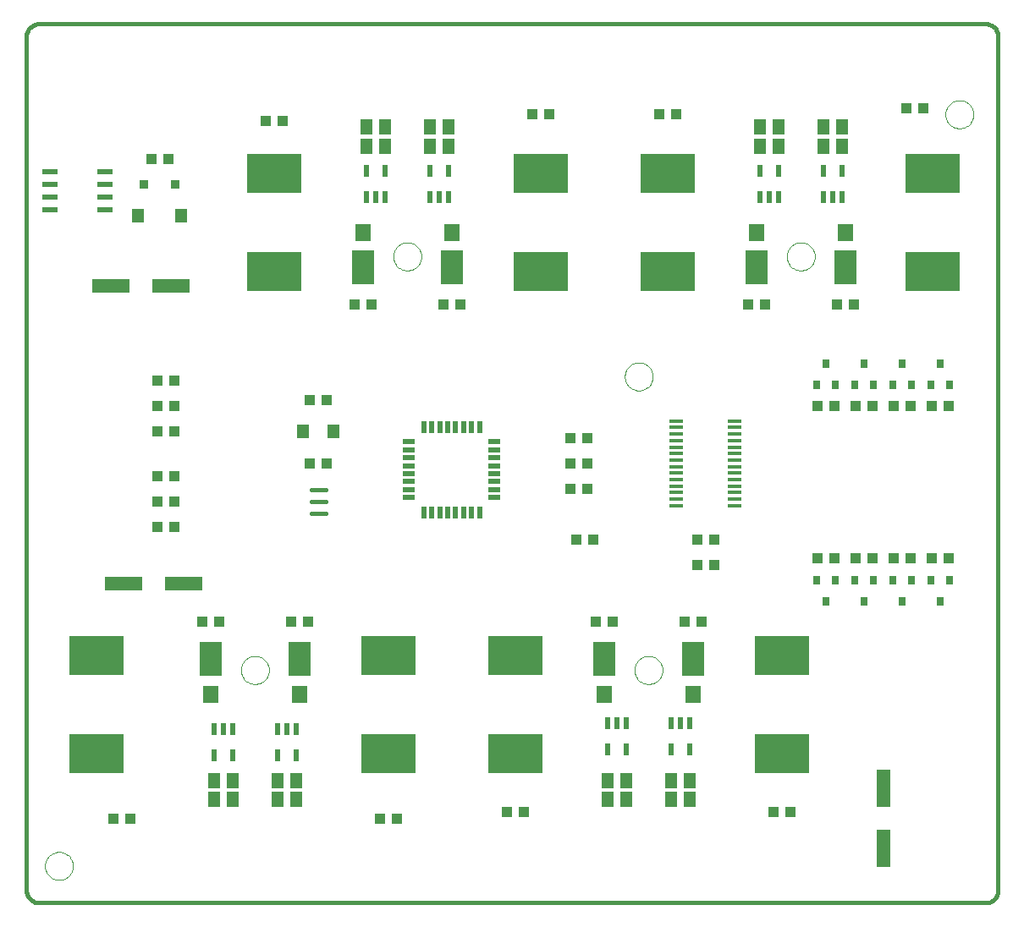
<source format=gtp>
G75*
%MOIN*%
%OFA0B0*%
%FSLAX24Y24*%
%IPPOS*%
%LPD*%
%AMOC8*
5,1,8,0,0,1.08239X$1,22.5*
%
%ADD10C,0.0160*%
%ADD11C,0.0000*%
%ADD12C,0.0177*%
%ADD13R,0.0500X0.0220*%
%ADD14R,0.0220X0.0500*%
%ADD15R,0.0433X0.0394*%
%ADD16R,0.0217X0.0472*%
%ADD17R,0.0512X0.0591*%
%ADD18R,0.2126X0.1575*%
%ADD19R,0.0906X0.1378*%
%ADD20R,0.0610X0.0669*%
%ADD21R,0.0580X0.0140*%
%ADD22R,0.0315X0.0354*%
%ADD23R,0.1496X0.0551*%
%ADD24R,0.0551X0.1496*%
%ADD25R,0.0472X0.0551*%
%ADD26R,0.0354X0.0374*%
%ADD27R,0.0600X0.0240*%
%ADD28R,0.0500X0.0579*%
D10*
X008367Y005257D02*
X008367Y038903D01*
X008369Y038947D01*
X008375Y038990D01*
X008384Y039032D01*
X008397Y039074D01*
X008414Y039114D01*
X008434Y039153D01*
X008457Y039190D01*
X008484Y039224D01*
X008513Y039257D01*
X008546Y039286D01*
X008580Y039313D01*
X008617Y039336D01*
X008656Y039356D01*
X008696Y039373D01*
X008738Y039386D01*
X008780Y039395D01*
X008823Y039401D01*
X008867Y039403D01*
X046135Y039403D01*
X046179Y039401D01*
X046222Y039395D01*
X046264Y039386D01*
X046306Y039373D01*
X046346Y039356D01*
X046385Y039336D01*
X046422Y039313D01*
X046456Y039286D01*
X046489Y039257D01*
X046518Y039224D01*
X046545Y039190D01*
X046568Y039153D01*
X046588Y039114D01*
X046605Y039074D01*
X046618Y039032D01*
X046627Y038990D01*
X046633Y038947D01*
X046635Y038903D01*
X046635Y005257D01*
X046633Y005213D01*
X046627Y005170D01*
X046618Y005128D01*
X046605Y005086D01*
X046588Y005046D01*
X046568Y005007D01*
X046545Y004970D01*
X046518Y004936D01*
X046489Y004903D01*
X046456Y004874D01*
X046422Y004847D01*
X046385Y004824D01*
X046346Y004804D01*
X046306Y004787D01*
X046264Y004774D01*
X046222Y004765D01*
X046179Y004759D01*
X046135Y004757D01*
X008867Y004757D01*
X008823Y004759D01*
X008780Y004765D01*
X008738Y004774D01*
X008696Y004787D01*
X008656Y004804D01*
X008617Y004824D01*
X008580Y004847D01*
X008546Y004874D01*
X008513Y004903D01*
X008484Y004936D01*
X008457Y004970D01*
X008434Y005007D01*
X008414Y005046D01*
X008397Y005086D01*
X008384Y005128D01*
X008375Y005170D01*
X008369Y005213D01*
X008367Y005257D01*
D11*
X009101Y006212D02*
X009103Y006259D01*
X009109Y006305D01*
X009119Y006351D01*
X009132Y006396D01*
X009150Y006439D01*
X009171Y006481D01*
X009195Y006521D01*
X009223Y006558D01*
X009254Y006593D01*
X009288Y006626D01*
X009324Y006655D01*
X009363Y006681D01*
X009404Y006704D01*
X009447Y006723D01*
X009491Y006739D01*
X009536Y006751D01*
X009582Y006759D01*
X009629Y006763D01*
X009675Y006763D01*
X009722Y006759D01*
X009768Y006751D01*
X009813Y006739D01*
X009857Y006723D01*
X009900Y006704D01*
X009941Y006681D01*
X009980Y006655D01*
X010016Y006626D01*
X010050Y006593D01*
X010081Y006558D01*
X010109Y006521D01*
X010133Y006481D01*
X010154Y006439D01*
X010172Y006396D01*
X010185Y006351D01*
X010195Y006305D01*
X010201Y006259D01*
X010203Y006212D01*
X010201Y006165D01*
X010195Y006119D01*
X010185Y006073D01*
X010172Y006028D01*
X010154Y005985D01*
X010133Y005943D01*
X010109Y005903D01*
X010081Y005866D01*
X010050Y005831D01*
X010016Y005798D01*
X009980Y005769D01*
X009941Y005743D01*
X009900Y005720D01*
X009857Y005701D01*
X009813Y005685D01*
X009768Y005673D01*
X009722Y005665D01*
X009675Y005661D01*
X009629Y005661D01*
X009582Y005665D01*
X009536Y005673D01*
X009491Y005685D01*
X009447Y005701D01*
X009404Y005720D01*
X009363Y005743D01*
X009324Y005769D01*
X009288Y005798D01*
X009254Y005831D01*
X009223Y005866D01*
X009195Y005903D01*
X009171Y005943D01*
X009150Y005985D01*
X009132Y006028D01*
X009119Y006073D01*
X009109Y006119D01*
X009103Y006165D01*
X009101Y006212D01*
X016816Y013932D02*
X016818Y013979D01*
X016824Y014025D01*
X016834Y014071D01*
X016847Y014116D01*
X016865Y014159D01*
X016886Y014201D01*
X016910Y014241D01*
X016938Y014278D01*
X016969Y014313D01*
X017003Y014346D01*
X017039Y014375D01*
X017078Y014401D01*
X017119Y014424D01*
X017162Y014443D01*
X017206Y014459D01*
X017251Y014471D01*
X017297Y014479D01*
X017344Y014483D01*
X017390Y014483D01*
X017437Y014479D01*
X017483Y014471D01*
X017528Y014459D01*
X017572Y014443D01*
X017615Y014424D01*
X017656Y014401D01*
X017695Y014375D01*
X017731Y014346D01*
X017765Y014313D01*
X017796Y014278D01*
X017824Y014241D01*
X017848Y014201D01*
X017869Y014159D01*
X017887Y014116D01*
X017900Y014071D01*
X017910Y014025D01*
X017916Y013979D01*
X017918Y013932D01*
X017916Y013885D01*
X017910Y013839D01*
X017900Y013793D01*
X017887Y013748D01*
X017869Y013705D01*
X017848Y013663D01*
X017824Y013623D01*
X017796Y013586D01*
X017765Y013551D01*
X017731Y013518D01*
X017695Y013489D01*
X017656Y013463D01*
X017615Y013440D01*
X017572Y013421D01*
X017528Y013405D01*
X017483Y013393D01*
X017437Y013385D01*
X017390Y013381D01*
X017344Y013381D01*
X017297Y013385D01*
X017251Y013393D01*
X017206Y013405D01*
X017162Y013421D01*
X017119Y013440D01*
X017078Y013463D01*
X017039Y013489D01*
X017003Y013518D01*
X016969Y013551D01*
X016938Y013586D01*
X016910Y013623D01*
X016886Y013663D01*
X016865Y013705D01*
X016847Y013748D01*
X016834Y013793D01*
X016824Y013839D01*
X016818Y013885D01*
X016816Y013932D01*
X031936Y025502D02*
X031938Y025549D01*
X031944Y025595D01*
X031954Y025641D01*
X031967Y025686D01*
X031985Y025729D01*
X032006Y025771D01*
X032030Y025811D01*
X032058Y025848D01*
X032089Y025883D01*
X032123Y025916D01*
X032159Y025945D01*
X032198Y025971D01*
X032239Y025994D01*
X032282Y026013D01*
X032326Y026029D01*
X032371Y026041D01*
X032417Y026049D01*
X032464Y026053D01*
X032510Y026053D01*
X032557Y026049D01*
X032603Y026041D01*
X032648Y026029D01*
X032692Y026013D01*
X032735Y025994D01*
X032776Y025971D01*
X032815Y025945D01*
X032851Y025916D01*
X032885Y025883D01*
X032916Y025848D01*
X032944Y025811D01*
X032968Y025771D01*
X032989Y025729D01*
X033007Y025686D01*
X033020Y025641D01*
X033030Y025595D01*
X033036Y025549D01*
X033038Y025502D01*
X033036Y025455D01*
X033030Y025409D01*
X033020Y025363D01*
X033007Y025318D01*
X032989Y025275D01*
X032968Y025233D01*
X032944Y025193D01*
X032916Y025156D01*
X032885Y025121D01*
X032851Y025088D01*
X032815Y025059D01*
X032776Y025033D01*
X032735Y025010D01*
X032692Y024991D01*
X032648Y024975D01*
X032603Y024963D01*
X032557Y024955D01*
X032510Y024951D01*
X032464Y024951D01*
X032417Y024955D01*
X032371Y024963D01*
X032326Y024975D01*
X032282Y024991D01*
X032239Y025010D01*
X032198Y025033D01*
X032159Y025059D01*
X032123Y025088D01*
X032089Y025121D01*
X032058Y025156D01*
X032030Y025193D01*
X032006Y025233D01*
X031985Y025275D01*
X031967Y025318D01*
X031954Y025363D01*
X031944Y025409D01*
X031938Y025455D01*
X031936Y025502D01*
X038316Y030232D02*
X038318Y030279D01*
X038324Y030325D01*
X038334Y030371D01*
X038347Y030416D01*
X038365Y030459D01*
X038386Y030501D01*
X038410Y030541D01*
X038438Y030578D01*
X038469Y030613D01*
X038503Y030646D01*
X038539Y030675D01*
X038578Y030701D01*
X038619Y030724D01*
X038662Y030743D01*
X038706Y030759D01*
X038751Y030771D01*
X038797Y030779D01*
X038844Y030783D01*
X038890Y030783D01*
X038937Y030779D01*
X038983Y030771D01*
X039028Y030759D01*
X039072Y030743D01*
X039115Y030724D01*
X039156Y030701D01*
X039195Y030675D01*
X039231Y030646D01*
X039265Y030613D01*
X039296Y030578D01*
X039324Y030541D01*
X039348Y030501D01*
X039369Y030459D01*
X039387Y030416D01*
X039400Y030371D01*
X039410Y030325D01*
X039416Y030279D01*
X039418Y030232D01*
X039416Y030185D01*
X039410Y030139D01*
X039400Y030093D01*
X039387Y030048D01*
X039369Y030005D01*
X039348Y029963D01*
X039324Y029923D01*
X039296Y029886D01*
X039265Y029851D01*
X039231Y029818D01*
X039195Y029789D01*
X039156Y029763D01*
X039115Y029740D01*
X039072Y029721D01*
X039028Y029705D01*
X038983Y029693D01*
X038937Y029685D01*
X038890Y029681D01*
X038844Y029681D01*
X038797Y029685D01*
X038751Y029693D01*
X038706Y029705D01*
X038662Y029721D01*
X038619Y029740D01*
X038578Y029763D01*
X038539Y029789D01*
X038503Y029818D01*
X038469Y029851D01*
X038438Y029886D01*
X038410Y029923D01*
X038386Y029963D01*
X038365Y030005D01*
X038347Y030048D01*
X038334Y030093D01*
X038324Y030139D01*
X038318Y030185D01*
X038316Y030232D01*
X044566Y035832D02*
X044568Y035879D01*
X044574Y035925D01*
X044584Y035971D01*
X044597Y036016D01*
X044615Y036059D01*
X044636Y036101D01*
X044660Y036141D01*
X044688Y036178D01*
X044719Y036213D01*
X044753Y036246D01*
X044789Y036275D01*
X044828Y036301D01*
X044869Y036324D01*
X044912Y036343D01*
X044956Y036359D01*
X045001Y036371D01*
X045047Y036379D01*
X045094Y036383D01*
X045140Y036383D01*
X045187Y036379D01*
X045233Y036371D01*
X045278Y036359D01*
X045322Y036343D01*
X045365Y036324D01*
X045406Y036301D01*
X045445Y036275D01*
X045481Y036246D01*
X045515Y036213D01*
X045546Y036178D01*
X045574Y036141D01*
X045598Y036101D01*
X045619Y036059D01*
X045637Y036016D01*
X045650Y035971D01*
X045660Y035925D01*
X045666Y035879D01*
X045668Y035832D01*
X045666Y035785D01*
X045660Y035739D01*
X045650Y035693D01*
X045637Y035648D01*
X045619Y035605D01*
X045598Y035563D01*
X045574Y035523D01*
X045546Y035486D01*
X045515Y035451D01*
X045481Y035418D01*
X045445Y035389D01*
X045406Y035363D01*
X045365Y035340D01*
X045322Y035321D01*
X045278Y035305D01*
X045233Y035293D01*
X045187Y035285D01*
X045140Y035281D01*
X045094Y035281D01*
X045047Y035285D01*
X045001Y035293D01*
X044956Y035305D01*
X044912Y035321D01*
X044869Y035340D01*
X044828Y035363D01*
X044789Y035389D01*
X044753Y035418D01*
X044719Y035451D01*
X044688Y035486D01*
X044660Y035523D01*
X044636Y035563D01*
X044615Y035605D01*
X044597Y035648D01*
X044584Y035693D01*
X044574Y035739D01*
X044568Y035785D01*
X044566Y035832D01*
X022816Y030232D02*
X022818Y030279D01*
X022824Y030325D01*
X022834Y030371D01*
X022847Y030416D01*
X022865Y030459D01*
X022886Y030501D01*
X022910Y030541D01*
X022938Y030578D01*
X022969Y030613D01*
X023003Y030646D01*
X023039Y030675D01*
X023078Y030701D01*
X023119Y030724D01*
X023162Y030743D01*
X023206Y030759D01*
X023251Y030771D01*
X023297Y030779D01*
X023344Y030783D01*
X023390Y030783D01*
X023437Y030779D01*
X023483Y030771D01*
X023528Y030759D01*
X023572Y030743D01*
X023615Y030724D01*
X023656Y030701D01*
X023695Y030675D01*
X023731Y030646D01*
X023765Y030613D01*
X023796Y030578D01*
X023824Y030541D01*
X023848Y030501D01*
X023869Y030459D01*
X023887Y030416D01*
X023900Y030371D01*
X023910Y030325D01*
X023916Y030279D01*
X023918Y030232D01*
X023916Y030185D01*
X023910Y030139D01*
X023900Y030093D01*
X023887Y030048D01*
X023869Y030005D01*
X023848Y029963D01*
X023824Y029923D01*
X023796Y029886D01*
X023765Y029851D01*
X023731Y029818D01*
X023695Y029789D01*
X023656Y029763D01*
X023615Y029740D01*
X023572Y029721D01*
X023528Y029705D01*
X023483Y029693D01*
X023437Y029685D01*
X023390Y029681D01*
X023344Y029681D01*
X023297Y029685D01*
X023251Y029693D01*
X023206Y029705D01*
X023162Y029721D01*
X023119Y029740D01*
X023078Y029763D01*
X023039Y029789D01*
X023003Y029818D01*
X022969Y029851D01*
X022938Y029886D01*
X022910Y029923D01*
X022886Y029963D01*
X022865Y030005D01*
X022847Y030048D01*
X022834Y030093D01*
X022824Y030139D01*
X022818Y030185D01*
X022816Y030232D01*
X032316Y013932D02*
X032318Y013979D01*
X032324Y014025D01*
X032334Y014071D01*
X032347Y014116D01*
X032365Y014159D01*
X032386Y014201D01*
X032410Y014241D01*
X032438Y014278D01*
X032469Y014313D01*
X032503Y014346D01*
X032539Y014375D01*
X032578Y014401D01*
X032619Y014424D01*
X032662Y014443D01*
X032706Y014459D01*
X032751Y014471D01*
X032797Y014479D01*
X032844Y014483D01*
X032890Y014483D01*
X032937Y014479D01*
X032983Y014471D01*
X033028Y014459D01*
X033072Y014443D01*
X033115Y014424D01*
X033156Y014401D01*
X033195Y014375D01*
X033231Y014346D01*
X033265Y014313D01*
X033296Y014278D01*
X033324Y014241D01*
X033348Y014201D01*
X033369Y014159D01*
X033387Y014116D01*
X033400Y014071D01*
X033410Y014025D01*
X033416Y013979D01*
X033418Y013932D01*
X033416Y013885D01*
X033410Y013839D01*
X033400Y013793D01*
X033387Y013748D01*
X033369Y013705D01*
X033348Y013663D01*
X033324Y013623D01*
X033296Y013586D01*
X033265Y013551D01*
X033231Y013518D01*
X033195Y013489D01*
X033156Y013463D01*
X033115Y013440D01*
X033072Y013421D01*
X033028Y013405D01*
X032983Y013393D01*
X032937Y013385D01*
X032890Y013381D01*
X032844Y013381D01*
X032797Y013385D01*
X032751Y013393D01*
X032706Y013405D01*
X032662Y013421D01*
X032619Y013440D01*
X032578Y013463D01*
X032539Y013489D01*
X032503Y013518D01*
X032469Y013551D01*
X032438Y013586D01*
X032410Y013623D01*
X032386Y013663D01*
X032365Y013705D01*
X032347Y013748D01*
X032334Y013793D01*
X032324Y013839D01*
X032318Y013885D01*
X032316Y013932D01*
D12*
X019580Y020109D02*
X019580Y020109D01*
X020154Y020109D01*
X020154Y020109D01*
X019580Y020109D01*
X019580Y020582D02*
X019580Y020582D01*
X020154Y020582D01*
X020154Y020582D01*
X019580Y020582D01*
X019580Y021054D02*
X019580Y021054D01*
X020154Y021054D01*
X020154Y021054D01*
X019580Y021054D01*
D13*
X023427Y021044D03*
X023427Y020729D03*
X023427Y021359D03*
X023427Y021674D03*
X023427Y021989D03*
X023427Y022304D03*
X023427Y022619D03*
X023427Y022934D03*
X026807Y022934D03*
X026807Y022619D03*
X026807Y022304D03*
X026807Y021989D03*
X026807Y021674D03*
X026807Y021359D03*
X026807Y021044D03*
X026807Y020729D03*
D14*
X026219Y020142D03*
X025904Y020142D03*
X025589Y020142D03*
X025274Y020142D03*
X024959Y020142D03*
X024644Y020142D03*
X024329Y020142D03*
X024015Y020142D03*
X024015Y023522D03*
X024329Y023522D03*
X024644Y023522D03*
X024959Y023522D03*
X025274Y023522D03*
X025589Y023522D03*
X025904Y023522D03*
X026219Y023522D03*
D15*
X029782Y023082D03*
X030452Y023082D03*
X030452Y022082D03*
X029782Y022082D03*
X029782Y021082D03*
X030452Y021082D03*
X030702Y019082D03*
X030032Y019082D03*
X030782Y015832D03*
X031452Y015832D03*
X034282Y015832D03*
X034952Y015832D03*
X034782Y018082D03*
X035452Y018082D03*
X035452Y019082D03*
X034782Y019082D03*
X039532Y018332D03*
X040202Y018332D03*
X041032Y018332D03*
X041702Y018332D03*
X042532Y018332D03*
X043202Y018332D03*
X044032Y018332D03*
X044702Y018332D03*
X044702Y024332D03*
X044032Y024332D03*
X043202Y024332D03*
X042532Y024332D03*
X041702Y024332D03*
X041032Y024332D03*
X040202Y024332D03*
X039532Y024332D03*
X040282Y028332D03*
X040952Y028332D03*
X037452Y028332D03*
X036782Y028332D03*
X033952Y035832D03*
X033282Y035832D03*
X028952Y035832D03*
X028282Y035832D03*
X025452Y028332D03*
X024782Y028332D03*
X021952Y028332D03*
X021282Y028332D03*
X020202Y024582D03*
X019532Y024582D03*
X019532Y022082D03*
X020202Y022082D03*
X014202Y021582D03*
X013532Y021582D03*
X013532Y020582D03*
X014202Y020582D03*
X014202Y019582D03*
X013532Y019582D03*
X013532Y023332D03*
X014202Y023332D03*
X014202Y024332D03*
X013532Y024332D03*
X013532Y025332D03*
X014202Y025332D03*
X013952Y034082D03*
X013282Y034082D03*
X017782Y035582D03*
X018452Y035582D03*
X018782Y015832D03*
X019452Y015832D03*
X015952Y015832D03*
X015282Y015832D03*
X012452Y008082D03*
X011782Y008082D03*
X022282Y008082D03*
X022952Y008082D03*
X027282Y008332D03*
X027952Y008332D03*
X037782Y008332D03*
X038452Y008332D03*
X043032Y036082D03*
X043702Y036082D03*
D16*
X040491Y033594D03*
X039743Y033594D03*
X039743Y032570D03*
X040117Y032570D03*
X040491Y032570D03*
X037991Y032570D03*
X037617Y032570D03*
X037243Y032570D03*
X037243Y033594D03*
X037991Y033594D03*
X024991Y033594D03*
X024243Y033594D03*
X024243Y032570D03*
X024617Y032570D03*
X024991Y032570D03*
X022491Y032570D03*
X022117Y032570D03*
X021743Y032570D03*
X021743Y033594D03*
X022491Y033594D03*
X018991Y011594D03*
X018617Y011594D03*
X018243Y011594D03*
X018243Y010570D03*
X018991Y010570D03*
X016491Y010570D03*
X015743Y010570D03*
X015743Y011594D03*
X016117Y011594D03*
X016491Y011594D03*
X031243Y011844D03*
X031617Y011844D03*
X031991Y011844D03*
X031991Y010820D03*
X031243Y010820D03*
X033743Y010820D03*
X034491Y010820D03*
X034491Y011844D03*
X034117Y011844D03*
X033743Y011844D03*
D17*
X033743Y009582D03*
X034491Y009582D03*
X034491Y008832D03*
X033743Y008832D03*
X031991Y008832D03*
X031243Y008832D03*
X031243Y009582D03*
X031991Y009582D03*
X018991Y009582D03*
X018243Y009582D03*
X018243Y008832D03*
X018991Y008832D03*
X016491Y008832D03*
X015743Y008832D03*
X015743Y009582D03*
X016491Y009582D03*
X021743Y034582D03*
X022491Y034582D03*
X022491Y035332D03*
X021743Y035332D03*
X024243Y035332D03*
X024991Y035332D03*
X024991Y034582D03*
X024243Y034582D03*
X037243Y034582D03*
X037991Y034582D03*
X037991Y035332D03*
X037243Y035332D03*
X039743Y035332D03*
X040491Y035332D03*
X040491Y034582D03*
X039743Y034582D03*
D18*
X044067Y033511D03*
X044067Y029653D03*
X033617Y029653D03*
X033617Y033511D03*
X028617Y033511D03*
X028617Y029653D03*
X018117Y029653D03*
X018117Y033511D03*
X022617Y014511D03*
X022617Y010653D03*
X027617Y010653D03*
X027617Y014511D03*
X038117Y014511D03*
X038117Y010653D03*
X011117Y010653D03*
X011117Y014511D03*
D19*
X015617Y014363D03*
X019117Y014363D03*
X031117Y014363D03*
X034617Y014363D03*
X037117Y029800D03*
X040617Y029800D03*
X025117Y029800D03*
X021617Y029800D03*
D20*
X021617Y031178D03*
X025117Y031178D03*
X037117Y031178D03*
X040617Y031178D03*
X034617Y012985D03*
X031117Y012985D03*
X019117Y012985D03*
X015617Y012985D03*
D21*
X033967Y020422D03*
X033967Y020672D03*
X033967Y020932D03*
X033967Y021182D03*
X033967Y021442D03*
X033967Y021702D03*
X033967Y021952D03*
X033967Y022212D03*
X033967Y022462D03*
X033967Y022722D03*
X033967Y022982D03*
X033967Y023232D03*
X033967Y023492D03*
X033967Y023742D03*
X036267Y023742D03*
X036267Y023492D03*
X036267Y023232D03*
X036267Y022982D03*
X036267Y022722D03*
X036267Y022462D03*
X036267Y022212D03*
X036267Y021952D03*
X036267Y021702D03*
X036267Y021442D03*
X036267Y021182D03*
X036267Y020932D03*
X036267Y020672D03*
X036267Y020422D03*
D22*
X039493Y017475D03*
X040241Y017475D03*
X040993Y017475D03*
X041741Y017475D03*
X042493Y017475D03*
X043241Y017475D03*
X043993Y017475D03*
X044741Y017475D03*
X044367Y016649D03*
X042867Y016649D03*
X041367Y016649D03*
X039867Y016649D03*
X040241Y025188D03*
X039493Y025188D03*
X039867Y026015D03*
X040993Y025188D03*
X041741Y025188D03*
X041367Y026015D03*
X042493Y025188D03*
X042867Y026015D03*
X043241Y025188D03*
X043993Y025188D03*
X044367Y026015D03*
X044741Y025188D03*
D23*
X014548Y017332D03*
X012186Y017332D03*
X011686Y029082D03*
X014048Y029082D03*
D24*
X042117Y009263D03*
X042117Y006901D03*
D25*
X020457Y023332D03*
X019276Y023332D03*
D26*
X014237Y033082D03*
X012997Y033082D03*
D27*
X011447Y033082D03*
X011447Y032582D03*
X011447Y032082D03*
X011447Y033582D03*
X009287Y033582D03*
X009287Y033082D03*
X009287Y032582D03*
X009287Y032082D03*
D28*
X012770Y031832D03*
X014463Y031832D03*
M02*

</source>
